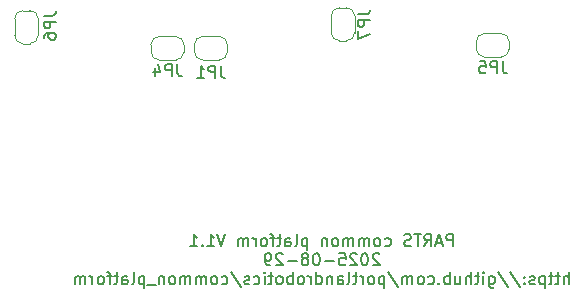
<source format=gbr>
G04 #@! TF.GenerationSoftware,KiCad,Pcbnew,9.0.4*
G04 #@! TF.CreationDate,2025-08-30T13:56:25-07:00*
G04 #@! TF.ProjectId,romi_board,726f6d69-5f62-46f6-9172-642e6b696361,rev?*
G04 #@! TF.SameCoordinates,Original*
G04 #@! TF.FileFunction,Legend,Bot*
G04 #@! TF.FilePolarity,Positive*
%FSLAX46Y46*%
G04 Gerber Fmt 4.6, Leading zero omitted, Abs format (unit mm)*
G04 Created by KiCad (PCBNEW 9.0.4) date 2025-08-30 13:56:25*
%MOMM*%
%LPD*%
G01*
G04 APERTURE LIST*
%ADD10C,0.150000*%
%ADD11C,0.120000*%
G04 APERTURE END LIST*
D10*
X114958360Y-107268532D02*
X114958360Y-106268532D01*
X114958360Y-106268532D02*
X114577408Y-106268532D01*
X114577408Y-106268532D02*
X114482170Y-106316151D01*
X114482170Y-106316151D02*
X114434551Y-106363770D01*
X114434551Y-106363770D02*
X114386932Y-106459008D01*
X114386932Y-106459008D02*
X114386932Y-106601865D01*
X114386932Y-106601865D02*
X114434551Y-106697103D01*
X114434551Y-106697103D02*
X114482170Y-106744722D01*
X114482170Y-106744722D02*
X114577408Y-106792341D01*
X114577408Y-106792341D02*
X114958360Y-106792341D01*
X114005979Y-106982817D02*
X113529789Y-106982817D01*
X114101217Y-107268532D02*
X113767884Y-106268532D01*
X113767884Y-106268532D02*
X113434551Y-107268532D01*
X112529789Y-107268532D02*
X112863122Y-106792341D01*
X113101217Y-107268532D02*
X113101217Y-106268532D01*
X113101217Y-106268532D02*
X112720265Y-106268532D01*
X112720265Y-106268532D02*
X112625027Y-106316151D01*
X112625027Y-106316151D02*
X112577408Y-106363770D01*
X112577408Y-106363770D02*
X112529789Y-106459008D01*
X112529789Y-106459008D02*
X112529789Y-106601865D01*
X112529789Y-106601865D02*
X112577408Y-106697103D01*
X112577408Y-106697103D02*
X112625027Y-106744722D01*
X112625027Y-106744722D02*
X112720265Y-106792341D01*
X112720265Y-106792341D02*
X113101217Y-106792341D01*
X112244074Y-106268532D02*
X111672646Y-106268532D01*
X111958360Y-107268532D02*
X111958360Y-106268532D01*
X111386931Y-107220913D02*
X111244074Y-107268532D01*
X111244074Y-107268532D02*
X111005979Y-107268532D01*
X111005979Y-107268532D02*
X110910741Y-107220913D01*
X110910741Y-107220913D02*
X110863122Y-107173293D01*
X110863122Y-107173293D02*
X110815503Y-107078055D01*
X110815503Y-107078055D02*
X110815503Y-106982817D01*
X110815503Y-106982817D02*
X110863122Y-106887579D01*
X110863122Y-106887579D02*
X110910741Y-106839960D01*
X110910741Y-106839960D02*
X111005979Y-106792341D01*
X111005979Y-106792341D02*
X111196455Y-106744722D01*
X111196455Y-106744722D02*
X111291693Y-106697103D01*
X111291693Y-106697103D02*
X111339312Y-106649484D01*
X111339312Y-106649484D02*
X111386931Y-106554246D01*
X111386931Y-106554246D02*
X111386931Y-106459008D01*
X111386931Y-106459008D02*
X111339312Y-106363770D01*
X111339312Y-106363770D02*
X111291693Y-106316151D01*
X111291693Y-106316151D02*
X111196455Y-106268532D01*
X111196455Y-106268532D02*
X110958360Y-106268532D01*
X110958360Y-106268532D02*
X110815503Y-106316151D01*
X109196455Y-107220913D02*
X109291693Y-107268532D01*
X109291693Y-107268532D02*
X109482169Y-107268532D01*
X109482169Y-107268532D02*
X109577407Y-107220913D01*
X109577407Y-107220913D02*
X109625026Y-107173293D01*
X109625026Y-107173293D02*
X109672645Y-107078055D01*
X109672645Y-107078055D02*
X109672645Y-106792341D01*
X109672645Y-106792341D02*
X109625026Y-106697103D01*
X109625026Y-106697103D02*
X109577407Y-106649484D01*
X109577407Y-106649484D02*
X109482169Y-106601865D01*
X109482169Y-106601865D02*
X109291693Y-106601865D01*
X109291693Y-106601865D02*
X109196455Y-106649484D01*
X108625026Y-107268532D02*
X108720264Y-107220913D01*
X108720264Y-107220913D02*
X108767883Y-107173293D01*
X108767883Y-107173293D02*
X108815502Y-107078055D01*
X108815502Y-107078055D02*
X108815502Y-106792341D01*
X108815502Y-106792341D02*
X108767883Y-106697103D01*
X108767883Y-106697103D02*
X108720264Y-106649484D01*
X108720264Y-106649484D02*
X108625026Y-106601865D01*
X108625026Y-106601865D02*
X108482169Y-106601865D01*
X108482169Y-106601865D02*
X108386931Y-106649484D01*
X108386931Y-106649484D02*
X108339312Y-106697103D01*
X108339312Y-106697103D02*
X108291693Y-106792341D01*
X108291693Y-106792341D02*
X108291693Y-107078055D01*
X108291693Y-107078055D02*
X108339312Y-107173293D01*
X108339312Y-107173293D02*
X108386931Y-107220913D01*
X108386931Y-107220913D02*
X108482169Y-107268532D01*
X108482169Y-107268532D02*
X108625026Y-107268532D01*
X107863121Y-107268532D02*
X107863121Y-106601865D01*
X107863121Y-106697103D02*
X107815502Y-106649484D01*
X107815502Y-106649484D02*
X107720264Y-106601865D01*
X107720264Y-106601865D02*
X107577407Y-106601865D01*
X107577407Y-106601865D02*
X107482169Y-106649484D01*
X107482169Y-106649484D02*
X107434550Y-106744722D01*
X107434550Y-106744722D02*
X107434550Y-107268532D01*
X107434550Y-106744722D02*
X107386931Y-106649484D01*
X107386931Y-106649484D02*
X107291693Y-106601865D01*
X107291693Y-106601865D02*
X107148836Y-106601865D01*
X107148836Y-106601865D02*
X107053597Y-106649484D01*
X107053597Y-106649484D02*
X107005978Y-106744722D01*
X107005978Y-106744722D02*
X107005978Y-107268532D01*
X106529788Y-107268532D02*
X106529788Y-106601865D01*
X106529788Y-106697103D02*
X106482169Y-106649484D01*
X106482169Y-106649484D02*
X106386931Y-106601865D01*
X106386931Y-106601865D02*
X106244074Y-106601865D01*
X106244074Y-106601865D02*
X106148836Y-106649484D01*
X106148836Y-106649484D02*
X106101217Y-106744722D01*
X106101217Y-106744722D02*
X106101217Y-107268532D01*
X106101217Y-106744722D02*
X106053598Y-106649484D01*
X106053598Y-106649484D02*
X105958360Y-106601865D01*
X105958360Y-106601865D02*
X105815503Y-106601865D01*
X105815503Y-106601865D02*
X105720264Y-106649484D01*
X105720264Y-106649484D02*
X105672645Y-106744722D01*
X105672645Y-106744722D02*
X105672645Y-107268532D01*
X105053598Y-107268532D02*
X105148836Y-107220913D01*
X105148836Y-107220913D02*
X105196455Y-107173293D01*
X105196455Y-107173293D02*
X105244074Y-107078055D01*
X105244074Y-107078055D02*
X105244074Y-106792341D01*
X105244074Y-106792341D02*
X105196455Y-106697103D01*
X105196455Y-106697103D02*
X105148836Y-106649484D01*
X105148836Y-106649484D02*
X105053598Y-106601865D01*
X105053598Y-106601865D02*
X104910741Y-106601865D01*
X104910741Y-106601865D02*
X104815503Y-106649484D01*
X104815503Y-106649484D02*
X104767884Y-106697103D01*
X104767884Y-106697103D02*
X104720265Y-106792341D01*
X104720265Y-106792341D02*
X104720265Y-107078055D01*
X104720265Y-107078055D02*
X104767884Y-107173293D01*
X104767884Y-107173293D02*
X104815503Y-107220913D01*
X104815503Y-107220913D02*
X104910741Y-107268532D01*
X104910741Y-107268532D02*
X105053598Y-107268532D01*
X104291693Y-106601865D02*
X104291693Y-107268532D01*
X104291693Y-106697103D02*
X104244074Y-106649484D01*
X104244074Y-106649484D02*
X104148836Y-106601865D01*
X104148836Y-106601865D02*
X104005979Y-106601865D01*
X104005979Y-106601865D02*
X103910741Y-106649484D01*
X103910741Y-106649484D02*
X103863122Y-106744722D01*
X103863122Y-106744722D02*
X103863122Y-107268532D01*
X102625026Y-106601865D02*
X102625026Y-107601865D01*
X102625026Y-106649484D02*
X102529788Y-106601865D01*
X102529788Y-106601865D02*
X102339312Y-106601865D01*
X102339312Y-106601865D02*
X102244074Y-106649484D01*
X102244074Y-106649484D02*
X102196455Y-106697103D01*
X102196455Y-106697103D02*
X102148836Y-106792341D01*
X102148836Y-106792341D02*
X102148836Y-107078055D01*
X102148836Y-107078055D02*
X102196455Y-107173293D01*
X102196455Y-107173293D02*
X102244074Y-107220913D01*
X102244074Y-107220913D02*
X102339312Y-107268532D01*
X102339312Y-107268532D02*
X102529788Y-107268532D01*
X102529788Y-107268532D02*
X102625026Y-107220913D01*
X101577407Y-107268532D02*
X101672645Y-107220913D01*
X101672645Y-107220913D02*
X101720264Y-107125674D01*
X101720264Y-107125674D02*
X101720264Y-106268532D01*
X100767883Y-107268532D02*
X100767883Y-106744722D01*
X100767883Y-106744722D02*
X100815502Y-106649484D01*
X100815502Y-106649484D02*
X100910740Y-106601865D01*
X100910740Y-106601865D02*
X101101216Y-106601865D01*
X101101216Y-106601865D02*
X101196454Y-106649484D01*
X100767883Y-107220913D02*
X100863121Y-107268532D01*
X100863121Y-107268532D02*
X101101216Y-107268532D01*
X101101216Y-107268532D02*
X101196454Y-107220913D01*
X101196454Y-107220913D02*
X101244073Y-107125674D01*
X101244073Y-107125674D02*
X101244073Y-107030436D01*
X101244073Y-107030436D02*
X101196454Y-106935198D01*
X101196454Y-106935198D02*
X101101216Y-106887579D01*
X101101216Y-106887579D02*
X100863121Y-106887579D01*
X100863121Y-106887579D02*
X100767883Y-106839960D01*
X100434549Y-106601865D02*
X100053597Y-106601865D01*
X100291692Y-106268532D02*
X100291692Y-107125674D01*
X100291692Y-107125674D02*
X100244073Y-107220913D01*
X100244073Y-107220913D02*
X100148835Y-107268532D01*
X100148835Y-107268532D02*
X100053597Y-107268532D01*
X99863120Y-106601865D02*
X99482168Y-106601865D01*
X99720263Y-107268532D02*
X99720263Y-106411389D01*
X99720263Y-106411389D02*
X99672644Y-106316151D01*
X99672644Y-106316151D02*
X99577406Y-106268532D01*
X99577406Y-106268532D02*
X99482168Y-106268532D01*
X99005977Y-107268532D02*
X99101215Y-107220913D01*
X99101215Y-107220913D02*
X99148834Y-107173293D01*
X99148834Y-107173293D02*
X99196453Y-107078055D01*
X99196453Y-107078055D02*
X99196453Y-106792341D01*
X99196453Y-106792341D02*
X99148834Y-106697103D01*
X99148834Y-106697103D02*
X99101215Y-106649484D01*
X99101215Y-106649484D02*
X99005977Y-106601865D01*
X99005977Y-106601865D02*
X98863120Y-106601865D01*
X98863120Y-106601865D02*
X98767882Y-106649484D01*
X98767882Y-106649484D02*
X98720263Y-106697103D01*
X98720263Y-106697103D02*
X98672644Y-106792341D01*
X98672644Y-106792341D02*
X98672644Y-107078055D01*
X98672644Y-107078055D02*
X98720263Y-107173293D01*
X98720263Y-107173293D02*
X98767882Y-107220913D01*
X98767882Y-107220913D02*
X98863120Y-107268532D01*
X98863120Y-107268532D02*
X99005977Y-107268532D01*
X98244072Y-107268532D02*
X98244072Y-106601865D01*
X98244072Y-106792341D02*
X98196453Y-106697103D01*
X98196453Y-106697103D02*
X98148834Y-106649484D01*
X98148834Y-106649484D02*
X98053596Y-106601865D01*
X98053596Y-106601865D02*
X97958358Y-106601865D01*
X97625024Y-107268532D02*
X97625024Y-106601865D01*
X97625024Y-106697103D02*
X97577405Y-106649484D01*
X97577405Y-106649484D02*
X97482167Y-106601865D01*
X97482167Y-106601865D02*
X97339310Y-106601865D01*
X97339310Y-106601865D02*
X97244072Y-106649484D01*
X97244072Y-106649484D02*
X97196453Y-106744722D01*
X97196453Y-106744722D02*
X97196453Y-107268532D01*
X97196453Y-106744722D02*
X97148834Y-106649484D01*
X97148834Y-106649484D02*
X97053596Y-106601865D01*
X97053596Y-106601865D02*
X96910739Y-106601865D01*
X96910739Y-106601865D02*
X96815500Y-106649484D01*
X96815500Y-106649484D02*
X96767881Y-106744722D01*
X96767881Y-106744722D02*
X96767881Y-107268532D01*
X95672643Y-106268532D02*
X95339310Y-107268532D01*
X95339310Y-107268532D02*
X95005977Y-106268532D01*
X94148834Y-107268532D02*
X94720262Y-107268532D01*
X94434548Y-107268532D02*
X94434548Y-106268532D01*
X94434548Y-106268532D02*
X94529786Y-106411389D01*
X94529786Y-106411389D02*
X94625024Y-106506627D01*
X94625024Y-106506627D02*
X94720262Y-106554246D01*
X93720262Y-107173293D02*
X93672643Y-107220913D01*
X93672643Y-107220913D02*
X93720262Y-107268532D01*
X93720262Y-107268532D02*
X93767881Y-107220913D01*
X93767881Y-107220913D02*
X93720262Y-107173293D01*
X93720262Y-107173293D02*
X93720262Y-107268532D01*
X92720263Y-107268532D02*
X93291691Y-107268532D01*
X93005977Y-107268532D02*
X93005977Y-106268532D01*
X93005977Y-106268532D02*
X93101215Y-106411389D01*
X93101215Y-106411389D02*
X93196453Y-106506627D01*
X93196453Y-106506627D02*
X93291691Y-106554246D01*
X108720264Y-107973714D02*
X108672645Y-107926095D01*
X108672645Y-107926095D02*
X108577407Y-107878476D01*
X108577407Y-107878476D02*
X108339312Y-107878476D01*
X108339312Y-107878476D02*
X108244074Y-107926095D01*
X108244074Y-107926095D02*
X108196455Y-107973714D01*
X108196455Y-107973714D02*
X108148836Y-108068952D01*
X108148836Y-108068952D02*
X108148836Y-108164190D01*
X108148836Y-108164190D02*
X108196455Y-108307047D01*
X108196455Y-108307047D02*
X108767883Y-108878476D01*
X108767883Y-108878476D02*
X108148836Y-108878476D01*
X107529788Y-107878476D02*
X107434550Y-107878476D01*
X107434550Y-107878476D02*
X107339312Y-107926095D01*
X107339312Y-107926095D02*
X107291693Y-107973714D01*
X107291693Y-107973714D02*
X107244074Y-108068952D01*
X107244074Y-108068952D02*
X107196455Y-108259428D01*
X107196455Y-108259428D02*
X107196455Y-108497523D01*
X107196455Y-108497523D02*
X107244074Y-108687999D01*
X107244074Y-108687999D02*
X107291693Y-108783237D01*
X107291693Y-108783237D02*
X107339312Y-108830857D01*
X107339312Y-108830857D02*
X107434550Y-108878476D01*
X107434550Y-108878476D02*
X107529788Y-108878476D01*
X107529788Y-108878476D02*
X107625026Y-108830857D01*
X107625026Y-108830857D02*
X107672645Y-108783237D01*
X107672645Y-108783237D02*
X107720264Y-108687999D01*
X107720264Y-108687999D02*
X107767883Y-108497523D01*
X107767883Y-108497523D02*
X107767883Y-108259428D01*
X107767883Y-108259428D02*
X107720264Y-108068952D01*
X107720264Y-108068952D02*
X107672645Y-107973714D01*
X107672645Y-107973714D02*
X107625026Y-107926095D01*
X107625026Y-107926095D02*
X107529788Y-107878476D01*
X106815502Y-107973714D02*
X106767883Y-107926095D01*
X106767883Y-107926095D02*
X106672645Y-107878476D01*
X106672645Y-107878476D02*
X106434550Y-107878476D01*
X106434550Y-107878476D02*
X106339312Y-107926095D01*
X106339312Y-107926095D02*
X106291693Y-107973714D01*
X106291693Y-107973714D02*
X106244074Y-108068952D01*
X106244074Y-108068952D02*
X106244074Y-108164190D01*
X106244074Y-108164190D02*
X106291693Y-108307047D01*
X106291693Y-108307047D02*
X106863121Y-108878476D01*
X106863121Y-108878476D02*
X106244074Y-108878476D01*
X105339312Y-107878476D02*
X105815502Y-107878476D01*
X105815502Y-107878476D02*
X105863121Y-108354666D01*
X105863121Y-108354666D02*
X105815502Y-108307047D01*
X105815502Y-108307047D02*
X105720264Y-108259428D01*
X105720264Y-108259428D02*
X105482169Y-108259428D01*
X105482169Y-108259428D02*
X105386931Y-108307047D01*
X105386931Y-108307047D02*
X105339312Y-108354666D01*
X105339312Y-108354666D02*
X105291693Y-108449904D01*
X105291693Y-108449904D02*
X105291693Y-108687999D01*
X105291693Y-108687999D02*
X105339312Y-108783237D01*
X105339312Y-108783237D02*
X105386931Y-108830857D01*
X105386931Y-108830857D02*
X105482169Y-108878476D01*
X105482169Y-108878476D02*
X105720264Y-108878476D01*
X105720264Y-108878476D02*
X105815502Y-108830857D01*
X105815502Y-108830857D02*
X105863121Y-108783237D01*
X104863121Y-108497523D02*
X104101217Y-108497523D01*
X103434550Y-107878476D02*
X103339312Y-107878476D01*
X103339312Y-107878476D02*
X103244074Y-107926095D01*
X103244074Y-107926095D02*
X103196455Y-107973714D01*
X103196455Y-107973714D02*
X103148836Y-108068952D01*
X103148836Y-108068952D02*
X103101217Y-108259428D01*
X103101217Y-108259428D02*
X103101217Y-108497523D01*
X103101217Y-108497523D02*
X103148836Y-108687999D01*
X103148836Y-108687999D02*
X103196455Y-108783237D01*
X103196455Y-108783237D02*
X103244074Y-108830857D01*
X103244074Y-108830857D02*
X103339312Y-108878476D01*
X103339312Y-108878476D02*
X103434550Y-108878476D01*
X103434550Y-108878476D02*
X103529788Y-108830857D01*
X103529788Y-108830857D02*
X103577407Y-108783237D01*
X103577407Y-108783237D02*
X103625026Y-108687999D01*
X103625026Y-108687999D02*
X103672645Y-108497523D01*
X103672645Y-108497523D02*
X103672645Y-108259428D01*
X103672645Y-108259428D02*
X103625026Y-108068952D01*
X103625026Y-108068952D02*
X103577407Y-107973714D01*
X103577407Y-107973714D02*
X103529788Y-107926095D01*
X103529788Y-107926095D02*
X103434550Y-107878476D01*
X102529788Y-108307047D02*
X102625026Y-108259428D01*
X102625026Y-108259428D02*
X102672645Y-108211809D01*
X102672645Y-108211809D02*
X102720264Y-108116571D01*
X102720264Y-108116571D02*
X102720264Y-108068952D01*
X102720264Y-108068952D02*
X102672645Y-107973714D01*
X102672645Y-107973714D02*
X102625026Y-107926095D01*
X102625026Y-107926095D02*
X102529788Y-107878476D01*
X102529788Y-107878476D02*
X102339312Y-107878476D01*
X102339312Y-107878476D02*
X102244074Y-107926095D01*
X102244074Y-107926095D02*
X102196455Y-107973714D01*
X102196455Y-107973714D02*
X102148836Y-108068952D01*
X102148836Y-108068952D02*
X102148836Y-108116571D01*
X102148836Y-108116571D02*
X102196455Y-108211809D01*
X102196455Y-108211809D02*
X102244074Y-108259428D01*
X102244074Y-108259428D02*
X102339312Y-108307047D01*
X102339312Y-108307047D02*
X102529788Y-108307047D01*
X102529788Y-108307047D02*
X102625026Y-108354666D01*
X102625026Y-108354666D02*
X102672645Y-108402285D01*
X102672645Y-108402285D02*
X102720264Y-108497523D01*
X102720264Y-108497523D02*
X102720264Y-108687999D01*
X102720264Y-108687999D02*
X102672645Y-108783237D01*
X102672645Y-108783237D02*
X102625026Y-108830857D01*
X102625026Y-108830857D02*
X102529788Y-108878476D01*
X102529788Y-108878476D02*
X102339312Y-108878476D01*
X102339312Y-108878476D02*
X102244074Y-108830857D01*
X102244074Y-108830857D02*
X102196455Y-108783237D01*
X102196455Y-108783237D02*
X102148836Y-108687999D01*
X102148836Y-108687999D02*
X102148836Y-108497523D01*
X102148836Y-108497523D02*
X102196455Y-108402285D01*
X102196455Y-108402285D02*
X102244074Y-108354666D01*
X102244074Y-108354666D02*
X102339312Y-108307047D01*
X101720264Y-108497523D02*
X100958360Y-108497523D01*
X100529788Y-107973714D02*
X100482169Y-107926095D01*
X100482169Y-107926095D02*
X100386931Y-107878476D01*
X100386931Y-107878476D02*
X100148836Y-107878476D01*
X100148836Y-107878476D02*
X100053598Y-107926095D01*
X100053598Y-107926095D02*
X100005979Y-107973714D01*
X100005979Y-107973714D02*
X99958360Y-108068952D01*
X99958360Y-108068952D02*
X99958360Y-108164190D01*
X99958360Y-108164190D02*
X100005979Y-108307047D01*
X100005979Y-108307047D02*
X100577407Y-108878476D01*
X100577407Y-108878476D02*
X99958360Y-108878476D01*
X99482169Y-108878476D02*
X99291693Y-108878476D01*
X99291693Y-108878476D02*
X99196455Y-108830857D01*
X99196455Y-108830857D02*
X99148836Y-108783237D01*
X99148836Y-108783237D02*
X99053598Y-108640380D01*
X99053598Y-108640380D02*
X99005979Y-108449904D01*
X99005979Y-108449904D02*
X99005979Y-108068952D01*
X99005979Y-108068952D02*
X99053598Y-107973714D01*
X99053598Y-107973714D02*
X99101217Y-107926095D01*
X99101217Y-107926095D02*
X99196455Y-107878476D01*
X99196455Y-107878476D02*
X99386931Y-107878476D01*
X99386931Y-107878476D02*
X99482169Y-107926095D01*
X99482169Y-107926095D02*
X99529788Y-107973714D01*
X99529788Y-107973714D02*
X99577407Y-108068952D01*
X99577407Y-108068952D02*
X99577407Y-108307047D01*
X99577407Y-108307047D02*
X99529788Y-108402285D01*
X99529788Y-108402285D02*
X99482169Y-108449904D01*
X99482169Y-108449904D02*
X99386931Y-108497523D01*
X99386931Y-108497523D02*
X99196455Y-108497523D01*
X99196455Y-108497523D02*
X99101217Y-108449904D01*
X99101217Y-108449904D02*
X99053598Y-108402285D01*
X99053598Y-108402285D02*
X99005979Y-108307047D01*
X124767885Y-110488420D02*
X124767885Y-109488420D01*
X124339314Y-110488420D02*
X124339314Y-109964610D01*
X124339314Y-109964610D02*
X124386933Y-109869372D01*
X124386933Y-109869372D02*
X124482171Y-109821753D01*
X124482171Y-109821753D02*
X124625028Y-109821753D01*
X124625028Y-109821753D02*
X124720266Y-109869372D01*
X124720266Y-109869372D02*
X124767885Y-109916991D01*
X124005980Y-109821753D02*
X123625028Y-109821753D01*
X123863123Y-109488420D02*
X123863123Y-110345562D01*
X123863123Y-110345562D02*
X123815504Y-110440801D01*
X123815504Y-110440801D02*
X123720266Y-110488420D01*
X123720266Y-110488420D02*
X123625028Y-110488420D01*
X123434551Y-109821753D02*
X123053599Y-109821753D01*
X123291694Y-109488420D02*
X123291694Y-110345562D01*
X123291694Y-110345562D02*
X123244075Y-110440801D01*
X123244075Y-110440801D02*
X123148837Y-110488420D01*
X123148837Y-110488420D02*
X123053599Y-110488420D01*
X122720265Y-109821753D02*
X122720265Y-110821753D01*
X122720265Y-109869372D02*
X122625027Y-109821753D01*
X122625027Y-109821753D02*
X122434551Y-109821753D01*
X122434551Y-109821753D02*
X122339313Y-109869372D01*
X122339313Y-109869372D02*
X122291694Y-109916991D01*
X122291694Y-109916991D02*
X122244075Y-110012229D01*
X122244075Y-110012229D02*
X122244075Y-110297943D01*
X122244075Y-110297943D02*
X122291694Y-110393181D01*
X122291694Y-110393181D02*
X122339313Y-110440801D01*
X122339313Y-110440801D02*
X122434551Y-110488420D01*
X122434551Y-110488420D02*
X122625027Y-110488420D01*
X122625027Y-110488420D02*
X122720265Y-110440801D01*
X121863122Y-110440801D02*
X121767884Y-110488420D01*
X121767884Y-110488420D02*
X121577408Y-110488420D01*
X121577408Y-110488420D02*
X121482170Y-110440801D01*
X121482170Y-110440801D02*
X121434551Y-110345562D01*
X121434551Y-110345562D02*
X121434551Y-110297943D01*
X121434551Y-110297943D02*
X121482170Y-110202705D01*
X121482170Y-110202705D02*
X121577408Y-110155086D01*
X121577408Y-110155086D02*
X121720265Y-110155086D01*
X121720265Y-110155086D02*
X121815503Y-110107467D01*
X121815503Y-110107467D02*
X121863122Y-110012229D01*
X121863122Y-110012229D02*
X121863122Y-109964610D01*
X121863122Y-109964610D02*
X121815503Y-109869372D01*
X121815503Y-109869372D02*
X121720265Y-109821753D01*
X121720265Y-109821753D02*
X121577408Y-109821753D01*
X121577408Y-109821753D02*
X121482170Y-109869372D01*
X121005979Y-110393181D02*
X120958360Y-110440801D01*
X120958360Y-110440801D02*
X121005979Y-110488420D01*
X121005979Y-110488420D02*
X121053598Y-110440801D01*
X121053598Y-110440801D02*
X121005979Y-110393181D01*
X121005979Y-110393181D02*
X121005979Y-110488420D01*
X121005979Y-109869372D02*
X120958360Y-109916991D01*
X120958360Y-109916991D02*
X121005979Y-109964610D01*
X121005979Y-109964610D02*
X121053598Y-109916991D01*
X121053598Y-109916991D02*
X121005979Y-109869372D01*
X121005979Y-109869372D02*
X121005979Y-109964610D01*
X119815504Y-109440801D02*
X120672646Y-110726515D01*
X118767885Y-109440801D02*
X119625027Y-110726515D01*
X118005980Y-109821753D02*
X118005980Y-110631277D01*
X118005980Y-110631277D02*
X118053599Y-110726515D01*
X118053599Y-110726515D02*
X118101218Y-110774134D01*
X118101218Y-110774134D02*
X118196456Y-110821753D01*
X118196456Y-110821753D02*
X118339313Y-110821753D01*
X118339313Y-110821753D02*
X118434551Y-110774134D01*
X118005980Y-110440801D02*
X118101218Y-110488420D01*
X118101218Y-110488420D02*
X118291694Y-110488420D01*
X118291694Y-110488420D02*
X118386932Y-110440801D01*
X118386932Y-110440801D02*
X118434551Y-110393181D01*
X118434551Y-110393181D02*
X118482170Y-110297943D01*
X118482170Y-110297943D02*
X118482170Y-110012229D01*
X118482170Y-110012229D02*
X118434551Y-109916991D01*
X118434551Y-109916991D02*
X118386932Y-109869372D01*
X118386932Y-109869372D02*
X118291694Y-109821753D01*
X118291694Y-109821753D02*
X118101218Y-109821753D01*
X118101218Y-109821753D02*
X118005980Y-109869372D01*
X117529789Y-110488420D02*
X117529789Y-109821753D01*
X117529789Y-109488420D02*
X117577408Y-109536039D01*
X117577408Y-109536039D02*
X117529789Y-109583658D01*
X117529789Y-109583658D02*
X117482170Y-109536039D01*
X117482170Y-109536039D02*
X117529789Y-109488420D01*
X117529789Y-109488420D02*
X117529789Y-109583658D01*
X117196456Y-109821753D02*
X116815504Y-109821753D01*
X117053599Y-109488420D02*
X117053599Y-110345562D01*
X117053599Y-110345562D02*
X117005980Y-110440801D01*
X117005980Y-110440801D02*
X116910742Y-110488420D01*
X116910742Y-110488420D02*
X116815504Y-110488420D01*
X116482170Y-110488420D02*
X116482170Y-109488420D01*
X116053599Y-110488420D02*
X116053599Y-109964610D01*
X116053599Y-109964610D02*
X116101218Y-109869372D01*
X116101218Y-109869372D02*
X116196456Y-109821753D01*
X116196456Y-109821753D02*
X116339313Y-109821753D01*
X116339313Y-109821753D02*
X116434551Y-109869372D01*
X116434551Y-109869372D02*
X116482170Y-109916991D01*
X115148837Y-109821753D02*
X115148837Y-110488420D01*
X115577408Y-109821753D02*
X115577408Y-110345562D01*
X115577408Y-110345562D02*
X115529789Y-110440801D01*
X115529789Y-110440801D02*
X115434551Y-110488420D01*
X115434551Y-110488420D02*
X115291694Y-110488420D01*
X115291694Y-110488420D02*
X115196456Y-110440801D01*
X115196456Y-110440801D02*
X115148837Y-110393181D01*
X114672646Y-110488420D02*
X114672646Y-109488420D01*
X114672646Y-109869372D02*
X114577408Y-109821753D01*
X114577408Y-109821753D02*
X114386932Y-109821753D01*
X114386932Y-109821753D02*
X114291694Y-109869372D01*
X114291694Y-109869372D02*
X114244075Y-109916991D01*
X114244075Y-109916991D02*
X114196456Y-110012229D01*
X114196456Y-110012229D02*
X114196456Y-110297943D01*
X114196456Y-110297943D02*
X114244075Y-110393181D01*
X114244075Y-110393181D02*
X114291694Y-110440801D01*
X114291694Y-110440801D02*
X114386932Y-110488420D01*
X114386932Y-110488420D02*
X114577408Y-110488420D01*
X114577408Y-110488420D02*
X114672646Y-110440801D01*
X113767884Y-110393181D02*
X113720265Y-110440801D01*
X113720265Y-110440801D02*
X113767884Y-110488420D01*
X113767884Y-110488420D02*
X113815503Y-110440801D01*
X113815503Y-110440801D02*
X113767884Y-110393181D01*
X113767884Y-110393181D02*
X113767884Y-110488420D01*
X112863123Y-110440801D02*
X112958361Y-110488420D01*
X112958361Y-110488420D02*
X113148837Y-110488420D01*
X113148837Y-110488420D02*
X113244075Y-110440801D01*
X113244075Y-110440801D02*
X113291694Y-110393181D01*
X113291694Y-110393181D02*
X113339313Y-110297943D01*
X113339313Y-110297943D02*
X113339313Y-110012229D01*
X113339313Y-110012229D02*
X113291694Y-109916991D01*
X113291694Y-109916991D02*
X113244075Y-109869372D01*
X113244075Y-109869372D02*
X113148837Y-109821753D01*
X113148837Y-109821753D02*
X112958361Y-109821753D01*
X112958361Y-109821753D02*
X112863123Y-109869372D01*
X112291694Y-110488420D02*
X112386932Y-110440801D01*
X112386932Y-110440801D02*
X112434551Y-110393181D01*
X112434551Y-110393181D02*
X112482170Y-110297943D01*
X112482170Y-110297943D02*
X112482170Y-110012229D01*
X112482170Y-110012229D02*
X112434551Y-109916991D01*
X112434551Y-109916991D02*
X112386932Y-109869372D01*
X112386932Y-109869372D02*
X112291694Y-109821753D01*
X112291694Y-109821753D02*
X112148837Y-109821753D01*
X112148837Y-109821753D02*
X112053599Y-109869372D01*
X112053599Y-109869372D02*
X112005980Y-109916991D01*
X112005980Y-109916991D02*
X111958361Y-110012229D01*
X111958361Y-110012229D02*
X111958361Y-110297943D01*
X111958361Y-110297943D02*
X112005980Y-110393181D01*
X112005980Y-110393181D02*
X112053599Y-110440801D01*
X112053599Y-110440801D02*
X112148837Y-110488420D01*
X112148837Y-110488420D02*
X112291694Y-110488420D01*
X111529789Y-110488420D02*
X111529789Y-109821753D01*
X111529789Y-109916991D02*
X111482170Y-109869372D01*
X111482170Y-109869372D02*
X111386932Y-109821753D01*
X111386932Y-109821753D02*
X111244075Y-109821753D01*
X111244075Y-109821753D02*
X111148837Y-109869372D01*
X111148837Y-109869372D02*
X111101218Y-109964610D01*
X111101218Y-109964610D02*
X111101218Y-110488420D01*
X111101218Y-109964610D02*
X111053599Y-109869372D01*
X111053599Y-109869372D02*
X110958361Y-109821753D01*
X110958361Y-109821753D02*
X110815504Y-109821753D01*
X110815504Y-109821753D02*
X110720265Y-109869372D01*
X110720265Y-109869372D02*
X110672646Y-109964610D01*
X110672646Y-109964610D02*
X110672646Y-110488420D01*
X109482171Y-109440801D02*
X110339313Y-110726515D01*
X109148837Y-109821753D02*
X109148837Y-110821753D01*
X109148837Y-109869372D02*
X109053599Y-109821753D01*
X109053599Y-109821753D02*
X108863123Y-109821753D01*
X108863123Y-109821753D02*
X108767885Y-109869372D01*
X108767885Y-109869372D02*
X108720266Y-109916991D01*
X108720266Y-109916991D02*
X108672647Y-110012229D01*
X108672647Y-110012229D02*
X108672647Y-110297943D01*
X108672647Y-110297943D02*
X108720266Y-110393181D01*
X108720266Y-110393181D02*
X108767885Y-110440801D01*
X108767885Y-110440801D02*
X108863123Y-110488420D01*
X108863123Y-110488420D02*
X109053599Y-110488420D01*
X109053599Y-110488420D02*
X109148837Y-110440801D01*
X108101218Y-110488420D02*
X108196456Y-110440801D01*
X108196456Y-110440801D02*
X108244075Y-110393181D01*
X108244075Y-110393181D02*
X108291694Y-110297943D01*
X108291694Y-110297943D02*
X108291694Y-110012229D01*
X108291694Y-110012229D02*
X108244075Y-109916991D01*
X108244075Y-109916991D02*
X108196456Y-109869372D01*
X108196456Y-109869372D02*
X108101218Y-109821753D01*
X108101218Y-109821753D02*
X107958361Y-109821753D01*
X107958361Y-109821753D02*
X107863123Y-109869372D01*
X107863123Y-109869372D02*
X107815504Y-109916991D01*
X107815504Y-109916991D02*
X107767885Y-110012229D01*
X107767885Y-110012229D02*
X107767885Y-110297943D01*
X107767885Y-110297943D02*
X107815504Y-110393181D01*
X107815504Y-110393181D02*
X107863123Y-110440801D01*
X107863123Y-110440801D02*
X107958361Y-110488420D01*
X107958361Y-110488420D02*
X108101218Y-110488420D01*
X107339313Y-110488420D02*
X107339313Y-109821753D01*
X107339313Y-110012229D02*
X107291694Y-109916991D01*
X107291694Y-109916991D02*
X107244075Y-109869372D01*
X107244075Y-109869372D02*
X107148837Y-109821753D01*
X107148837Y-109821753D02*
X107053599Y-109821753D01*
X106863122Y-109821753D02*
X106482170Y-109821753D01*
X106720265Y-109488420D02*
X106720265Y-110345562D01*
X106720265Y-110345562D02*
X106672646Y-110440801D01*
X106672646Y-110440801D02*
X106577408Y-110488420D01*
X106577408Y-110488420D02*
X106482170Y-110488420D01*
X106005979Y-110488420D02*
X106101217Y-110440801D01*
X106101217Y-110440801D02*
X106148836Y-110345562D01*
X106148836Y-110345562D02*
X106148836Y-109488420D01*
X105196455Y-110488420D02*
X105196455Y-109964610D01*
X105196455Y-109964610D02*
X105244074Y-109869372D01*
X105244074Y-109869372D02*
X105339312Y-109821753D01*
X105339312Y-109821753D02*
X105529788Y-109821753D01*
X105529788Y-109821753D02*
X105625026Y-109869372D01*
X105196455Y-110440801D02*
X105291693Y-110488420D01*
X105291693Y-110488420D02*
X105529788Y-110488420D01*
X105529788Y-110488420D02*
X105625026Y-110440801D01*
X105625026Y-110440801D02*
X105672645Y-110345562D01*
X105672645Y-110345562D02*
X105672645Y-110250324D01*
X105672645Y-110250324D02*
X105625026Y-110155086D01*
X105625026Y-110155086D02*
X105529788Y-110107467D01*
X105529788Y-110107467D02*
X105291693Y-110107467D01*
X105291693Y-110107467D02*
X105196455Y-110059848D01*
X104720264Y-109821753D02*
X104720264Y-110488420D01*
X104720264Y-109916991D02*
X104672645Y-109869372D01*
X104672645Y-109869372D02*
X104577407Y-109821753D01*
X104577407Y-109821753D02*
X104434550Y-109821753D01*
X104434550Y-109821753D02*
X104339312Y-109869372D01*
X104339312Y-109869372D02*
X104291693Y-109964610D01*
X104291693Y-109964610D02*
X104291693Y-110488420D01*
X103386931Y-110488420D02*
X103386931Y-109488420D01*
X103386931Y-110440801D02*
X103482169Y-110488420D01*
X103482169Y-110488420D02*
X103672645Y-110488420D01*
X103672645Y-110488420D02*
X103767883Y-110440801D01*
X103767883Y-110440801D02*
X103815502Y-110393181D01*
X103815502Y-110393181D02*
X103863121Y-110297943D01*
X103863121Y-110297943D02*
X103863121Y-110012229D01*
X103863121Y-110012229D02*
X103815502Y-109916991D01*
X103815502Y-109916991D02*
X103767883Y-109869372D01*
X103767883Y-109869372D02*
X103672645Y-109821753D01*
X103672645Y-109821753D02*
X103482169Y-109821753D01*
X103482169Y-109821753D02*
X103386931Y-109869372D01*
X102910740Y-110488420D02*
X102910740Y-109821753D01*
X102910740Y-110012229D02*
X102863121Y-109916991D01*
X102863121Y-109916991D02*
X102815502Y-109869372D01*
X102815502Y-109869372D02*
X102720264Y-109821753D01*
X102720264Y-109821753D02*
X102625026Y-109821753D01*
X102148835Y-110488420D02*
X102244073Y-110440801D01*
X102244073Y-110440801D02*
X102291692Y-110393181D01*
X102291692Y-110393181D02*
X102339311Y-110297943D01*
X102339311Y-110297943D02*
X102339311Y-110012229D01*
X102339311Y-110012229D02*
X102291692Y-109916991D01*
X102291692Y-109916991D02*
X102244073Y-109869372D01*
X102244073Y-109869372D02*
X102148835Y-109821753D01*
X102148835Y-109821753D02*
X102005978Y-109821753D01*
X102005978Y-109821753D02*
X101910740Y-109869372D01*
X101910740Y-109869372D02*
X101863121Y-109916991D01*
X101863121Y-109916991D02*
X101815502Y-110012229D01*
X101815502Y-110012229D02*
X101815502Y-110297943D01*
X101815502Y-110297943D02*
X101863121Y-110393181D01*
X101863121Y-110393181D02*
X101910740Y-110440801D01*
X101910740Y-110440801D02*
X102005978Y-110488420D01*
X102005978Y-110488420D02*
X102148835Y-110488420D01*
X101386930Y-110488420D02*
X101386930Y-109488420D01*
X101386930Y-109869372D02*
X101291692Y-109821753D01*
X101291692Y-109821753D02*
X101101216Y-109821753D01*
X101101216Y-109821753D02*
X101005978Y-109869372D01*
X101005978Y-109869372D02*
X100958359Y-109916991D01*
X100958359Y-109916991D02*
X100910740Y-110012229D01*
X100910740Y-110012229D02*
X100910740Y-110297943D01*
X100910740Y-110297943D02*
X100958359Y-110393181D01*
X100958359Y-110393181D02*
X101005978Y-110440801D01*
X101005978Y-110440801D02*
X101101216Y-110488420D01*
X101101216Y-110488420D02*
X101291692Y-110488420D01*
X101291692Y-110488420D02*
X101386930Y-110440801D01*
X100339311Y-110488420D02*
X100434549Y-110440801D01*
X100434549Y-110440801D02*
X100482168Y-110393181D01*
X100482168Y-110393181D02*
X100529787Y-110297943D01*
X100529787Y-110297943D02*
X100529787Y-110012229D01*
X100529787Y-110012229D02*
X100482168Y-109916991D01*
X100482168Y-109916991D02*
X100434549Y-109869372D01*
X100434549Y-109869372D02*
X100339311Y-109821753D01*
X100339311Y-109821753D02*
X100196454Y-109821753D01*
X100196454Y-109821753D02*
X100101216Y-109869372D01*
X100101216Y-109869372D02*
X100053597Y-109916991D01*
X100053597Y-109916991D02*
X100005978Y-110012229D01*
X100005978Y-110012229D02*
X100005978Y-110297943D01*
X100005978Y-110297943D02*
X100053597Y-110393181D01*
X100053597Y-110393181D02*
X100101216Y-110440801D01*
X100101216Y-110440801D02*
X100196454Y-110488420D01*
X100196454Y-110488420D02*
X100339311Y-110488420D01*
X99720263Y-109821753D02*
X99339311Y-109821753D01*
X99577406Y-109488420D02*
X99577406Y-110345562D01*
X99577406Y-110345562D02*
X99529787Y-110440801D01*
X99529787Y-110440801D02*
X99434549Y-110488420D01*
X99434549Y-110488420D02*
X99339311Y-110488420D01*
X99005977Y-110488420D02*
X99005977Y-109821753D01*
X99005977Y-109488420D02*
X99053596Y-109536039D01*
X99053596Y-109536039D02*
X99005977Y-109583658D01*
X99005977Y-109583658D02*
X98958358Y-109536039D01*
X98958358Y-109536039D02*
X99005977Y-109488420D01*
X99005977Y-109488420D02*
X99005977Y-109583658D01*
X98101216Y-110440801D02*
X98196454Y-110488420D01*
X98196454Y-110488420D02*
X98386930Y-110488420D01*
X98386930Y-110488420D02*
X98482168Y-110440801D01*
X98482168Y-110440801D02*
X98529787Y-110393181D01*
X98529787Y-110393181D02*
X98577406Y-110297943D01*
X98577406Y-110297943D02*
X98577406Y-110012229D01*
X98577406Y-110012229D02*
X98529787Y-109916991D01*
X98529787Y-109916991D02*
X98482168Y-109869372D01*
X98482168Y-109869372D02*
X98386930Y-109821753D01*
X98386930Y-109821753D02*
X98196454Y-109821753D01*
X98196454Y-109821753D02*
X98101216Y-109869372D01*
X97720263Y-110440801D02*
X97625025Y-110488420D01*
X97625025Y-110488420D02*
X97434549Y-110488420D01*
X97434549Y-110488420D02*
X97339311Y-110440801D01*
X97339311Y-110440801D02*
X97291692Y-110345562D01*
X97291692Y-110345562D02*
X97291692Y-110297943D01*
X97291692Y-110297943D02*
X97339311Y-110202705D01*
X97339311Y-110202705D02*
X97434549Y-110155086D01*
X97434549Y-110155086D02*
X97577406Y-110155086D01*
X97577406Y-110155086D02*
X97672644Y-110107467D01*
X97672644Y-110107467D02*
X97720263Y-110012229D01*
X97720263Y-110012229D02*
X97720263Y-109964610D01*
X97720263Y-109964610D02*
X97672644Y-109869372D01*
X97672644Y-109869372D02*
X97577406Y-109821753D01*
X97577406Y-109821753D02*
X97434549Y-109821753D01*
X97434549Y-109821753D02*
X97339311Y-109869372D01*
X96148835Y-109440801D02*
X97005977Y-110726515D01*
X95386930Y-110440801D02*
X95482168Y-110488420D01*
X95482168Y-110488420D02*
X95672644Y-110488420D01*
X95672644Y-110488420D02*
X95767882Y-110440801D01*
X95767882Y-110440801D02*
X95815501Y-110393181D01*
X95815501Y-110393181D02*
X95863120Y-110297943D01*
X95863120Y-110297943D02*
X95863120Y-110012229D01*
X95863120Y-110012229D02*
X95815501Y-109916991D01*
X95815501Y-109916991D02*
X95767882Y-109869372D01*
X95767882Y-109869372D02*
X95672644Y-109821753D01*
X95672644Y-109821753D02*
X95482168Y-109821753D01*
X95482168Y-109821753D02*
X95386930Y-109869372D01*
X94815501Y-110488420D02*
X94910739Y-110440801D01*
X94910739Y-110440801D02*
X94958358Y-110393181D01*
X94958358Y-110393181D02*
X95005977Y-110297943D01*
X95005977Y-110297943D02*
X95005977Y-110012229D01*
X95005977Y-110012229D02*
X94958358Y-109916991D01*
X94958358Y-109916991D02*
X94910739Y-109869372D01*
X94910739Y-109869372D02*
X94815501Y-109821753D01*
X94815501Y-109821753D02*
X94672644Y-109821753D01*
X94672644Y-109821753D02*
X94577406Y-109869372D01*
X94577406Y-109869372D02*
X94529787Y-109916991D01*
X94529787Y-109916991D02*
X94482168Y-110012229D01*
X94482168Y-110012229D02*
X94482168Y-110297943D01*
X94482168Y-110297943D02*
X94529787Y-110393181D01*
X94529787Y-110393181D02*
X94577406Y-110440801D01*
X94577406Y-110440801D02*
X94672644Y-110488420D01*
X94672644Y-110488420D02*
X94815501Y-110488420D01*
X94053596Y-110488420D02*
X94053596Y-109821753D01*
X94053596Y-109916991D02*
X94005977Y-109869372D01*
X94005977Y-109869372D02*
X93910739Y-109821753D01*
X93910739Y-109821753D02*
X93767882Y-109821753D01*
X93767882Y-109821753D02*
X93672644Y-109869372D01*
X93672644Y-109869372D02*
X93625025Y-109964610D01*
X93625025Y-109964610D02*
X93625025Y-110488420D01*
X93625025Y-109964610D02*
X93577406Y-109869372D01*
X93577406Y-109869372D02*
X93482168Y-109821753D01*
X93482168Y-109821753D02*
X93339311Y-109821753D01*
X93339311Y-109821753D02*
X93244072Y-109869372D01*
X93244072Y-109869372D02*
X93196453Y-109964610D01*
X93196453Y-109964610D02*
X93196453Y-110488420D01*
X92720263Y-110488420D02*
X92720263Y-109821753D01*
X92720263Y-109916991D02*
X92672644Y-109869372D01*
X92672644Y-109869372D02*
X92577406Y-109821753D01*
X92577406Y-109821753D02*
X92434549Y-109821753D01*
X92434549Y-109821753D02*
X92339311Y-109869372D01*
X92339311Y-109869372D02*
X92291692Y-109964610D01*
X92291692Y-109964610D02*
X92291692Y-110488420D01*
X92291692Y-109964610D02*
X92244073Y-109869372D01*
X92244073Y-109869372D02*
X92148835Y-109821753D01*
X92148835Y-109821753D02*
X92005978Y-109821753D01*
X92005978Y-109821753D02*
X91910739Y-109869372D01*
X91910739Y-109869372D02*
X91863120Y-109964610D01*
X91863120Y-109964610D02*
X91863120Y-110488420D01*
X91244073Y-110488420D02*
X91339311Y-110440801D01*
X91339311Y-110440801D02*
X91386930Y-110393181D01*
X91386930Y-110393181D02*
X91434549Y-110297943D01*
X91434549Y-110297943D02*
X91434549Y-110012229D01*
X91434549Y-110012229D02*
X91386930Y-109916991D01*
X91386930Y-109916991D02*
X91339311Y-109869372D01*
X91339311Y-109869372D02*
X91244073Y-109821753D01*
X91244073Y-109821753D02*
X91101216Y-109821753D01*
X91101216Y-109821753D02*
X91005978Y-109869372D01*
X91005978Y-109869372D02*
X90958359Y-109916991D01*
X90958359Y-109916991D02*
X90910740Y-110012229D01*
X90910740Y-110012229D02*
X90910740Y-110297943D01*
X90910740Y-110297943D02*
X90958359Y-110393181D01*
X90958359Y-110393181D02*
X91005978Y-110440801D01*
X91005978Y-110440801D02*
X91101216Y-110488420D01*
X91101216Y-110488420D02*
X91244073Y-110488420D01*
X90482168Y-109821753D02*
X90482168Y-110488420D01*
X90482168Y-109916991D02*
X90434549Y-109869372D01*
X90434549Y-109869372D02*
X90339311Y-109821753D01*
X90339311Y-109821753D02*
X90196454Y-109821753D01*
X90196454Y-109821753D02*
X90101216Y-109869372D01*
X90101216Y-109869372D02*
X90053597Y-109964610D01*
X90053597Y-109964610D02*
X90053597Y-110488420D01*
X89815502Y-110583658D02*
X89053597Y-110583658D01*
X88815501Y-109821753D02*
X88815501Y-110821753D01*
X88815501Y-109869372D02*
X88720263Y-109821753D01*
X88720263Y-109821753D02*
X88529787Y-109821753D01*
X88529787Y-109821753D02*
X88434549Y-109869372D01*
X88434549Y-109869372D02*
X88386930Y-109916991D01*
X88386930Y-109916991D02*
X88339311Y-110012229D01*
X88339311Y-110012229D02*
X88339311Y-110297943D01*
X88339311Y-110297943D02*
X88386930Y-110393181D01*
X88386930Y-110393181D02*
X88434549Y-110440801D01*
X88434549Y-110440801D02*
X88529787Y-110488420D01*
X88529787Y-110488420D02*
X88720263Y-110488420D01*
X88720263Y-110488420D02*
X88815501Y-110440801D01*
X87767882Y-110488420D02*
X87863120Y-110440801D01*
X87863120Y-110440801D02*
X87910739Y-110345562D01*
X87910739Y-110345562D02*
X87910739Y-109488420D01*
X86958358Y-110488420D02*
X86958358Y-109964610D01*
X86958358Y-109964610D02*
X87005977Y-109869372D01*
X87005977Y-109869372D02*
X87101215Y-109821753D01*
X87101215Y-109821753D02*
X87291691Y-109821753D01*
X87291691Y-109821753D02*
X87386929Y-109869372D01*
X86958358Y-110440801D02*
X87053596Y-110488420D01*
X87053596Y-110488420D02*
X87291691Y-110488420D01*
X87291691Y-110488420D02*
X87386929Y-110440801D01*
X87386929Y-110440801D02*
X87434548Y-110345562D01*
X87434548Y-110345562D02*
X87434548Y-110250324D01*
X87434548Y-110250324D02*
X87386929Y-110155086D01*
X87386929Y-110155086D02*
X87291691Y-110107467D01*
X87291691Y-110107467D02*
X87053596Y-110107467D01*
X87053596Y-110107467D02*
X86958358Y-110059848D01*
X86625024Y-109821753D02*
X86244072Y-109821753D01*
X86482167Y-109488420D02*
X86482167Y-110345562D01*
X86482167Y-110345562D02*
X86434548Y-110440801D01*
X86434548Y-110440801D02*
X86339310Y-110488420D01*
X86339310Y-110488420D02*
X86244072Y-110488420D01*
X86053595Y-109821753D02*
X85672643Y-109821753D01*
X85910738Y-110488420D02*
X85910738Y-109631277D01*
X85910738Y-109631277D02*
X85863119Y-109536039D01*
X85863119Y-109536039D02*
X85767881Y-109488420D01*
X85767881Y-109488420D02*
X85672643Y-109488420D01*
X85196452Y-110488420D02*
X85291690Y-110440801D01*
X85291690Y-110440801D02*
X85339309Y-110393181D01*
X85339309Y-110393181D02*
X85386928Y-110297943D01*
X85386928Y-110297943D02*
X85386928Y-110012229D01*
X85386928Y-110012229D02*
X85339309Y-109916991D01*
X85339309Y-109916991D02*
X85291690Y-109869372D01*
X85291690Y-109869372D02*
X85196452Y-109821753D01*
X85196452Y-109821753D02*
X85053595Y-109821753D01*
X85053595Y-109821753D02*
X84958357Y-109869372D01*
X84958357Y-109869372D02*
X84910738Y-109916991D01*
X84910738Y-109916991D02*
X84863119Y-110012229D01*
X84863119Y-110012229D02*
X84863119Y-110297943D01*
X84863119Y-110297943D02*
X84910738Y-110393181D01*
X84910738Y-110393181D02*
X84958357Y-110440801D01*
X84958357Y-110440801D02*
X85053595Y-110488420D01*
X85053595Y-110488420D02*
X85196452Y-110488420D01*
X84434547Y-110488420D02*
X84434547Y-109821753D01*
X84434547Y-110012229D02*
X84386928Y-109916991D01*
X84386928Y-109916991D02*
X84339309Y-109869372D01*
X84339309Y-109869372D02*
X84244071Y-109821753D01*
X84244071Y-109821753D02*
X84148833Y-109821753D01*
X83815499Y-110488420D02*
X83815499Y-109821753D01*
X83815499Y-109916991D02*
X83767880Y-109869372D01*
X83767880Y-109869372D02*
X83672642Y-109821753D01*
X83672642Y-109821753D02*
X83529785Y-109821753D01*
X83529785Y-109821753D02*
X83434547Y-109869372D01*
X83434547Y-109869372D02*
X83386928Y-109964610D01*
X83386928Y-109964610D02*
X83386928Y-110488420D01*
X83386928Y-109964610D02*
X83339309Y-109869372D01*
X83339309Y-109869372D02*
X83244071Y-109821753D01*
X83244071Y-109821753D02*
X83101214Y-109821753D01*
X83101214Y-109821753D02*
X83005975Y-109869372D01*
X83005975Y-109869372D02*
X82958356Y-109964610D01*
X82958356Y-109964610D02*
X82958356Y-110488420D01*
X95298455Y-92003476D02*
X95298455Y-92717761D01*
X95298455Y-92717761D02*
X95346074Y-92860618D01*
X95346074Y-92860618D02*
X95441312Y-92955857D01*
X95441312Y-92955857D02*
X95584169Y-93003476D01*
X95584169Y-93003476D02*
X95679407Y-93003476D01*
X94822264Y-93003476D02*
X94822264Y-92003476D01*
X94822264Y-92003476D02*
X94441312Y-92003476D01*
X94441312Y-92003476D02*
X94346074Y-92051095D01*
X94346074Y-92051095D02*
X94298455Y-92098714D01*
X94298455Y-92098714D02*
X94250836Y-92193952D01*
X94250836Y-92193952D02*
X94250836Y-92336809D01*
X94250836Y-92336809D02*
X94298455Y-92432047D01*
X94298455Y-92432047D02*
X94346074Y-92479666D01*
X94346074Y-92479666D02*
X94441312Y-92527285D01*
X94441312Y-92527285D02*
X94822264Y-92527285D01*
X93298455Y-93003476D02*
X93869883Y-93003476D01*
X93584169Y-93003476D02*
X93584169Y-92003476D01*
X93584169Y-92003476D02*
X93679407Y-92146333D01*
X93679407Y-92146333D02*
X93774645Y-92241571D01*
X93774645Y-92241571D02*
X93869883Y-92289190D01*
X91615455Y-91876476D02*
X91615455Y-92590761D01*
X91615455Y-92590761D02*
X91663074Y-92733618D01*
X91663074Y-92733618D02*
X91758312Y-92828857D01*
X91758312Y-92828857D02*
X91901169Y-92876476D01*
X91901169Y-92876476D02*
X91996407Y-92876476D01*
X91139264Y-92876476D02*
X91139264Y-91876476D01*
X91139264Y-91876476D02*
X90758312Y-91876476D01*
X90758312Y-91876476D02*
X90663074Y-91924095D01*
X90663074Y-91924095D02*
X90615455Y-91971714D01*
X90615455Y-91971714D02*
X90567836Y-92066952D01*
X90567836Y-92066952D02*
X90567836Y-92209809D01*
X90567836Y-92209809D02*
X90615455Y-92305047D01*
X90615455Y-92305047D02*
X90663074Y-92352666D01*
X90663074Y-92352666D02*
X90758312Y-92400285D01*
X90758312Y-92400285D02*
X91139264Y-92400285D01*
X89710693Y-92209809D02*
X89710693Y-92876476D01*
X89948788Y-91828857D02*
X90186883Y-92543142D01*
X90186883Y-92543142D02*
X89567836Y-92543142D01*
X119159455Y-91622476D02*
X119159455Y-92336761D01*
X119159455Y-92336761D02*
X119207074Y-92479618D01*
X119207074Y-92479618D02*
X119302312Y-92574857D01*
X119302312Y-92574857D02*
X119445169Y-92622476D01*
X119445169Y-92622476D02*
X119540407Y-92622476D01*
X118683264Y-92622476D02*
X118683264Y-91622476D01*
X118683264Y-91622476D02*
X118302312Y-91622476D01*
X118302312Y-91622476D02*
X118207074Y-91670095D01*
X118207074Y-91670095D02*
X118159455Y-91717714D01*
X118159455Y-91717714D02*
X118111836Y-91812952D01*
X118111836Y-91812952D02*
X118111836Y-91955809D01*
X118111836Y-91955809D02*
X118159455Y-92051047D01*
X118159455Y-92051047D02*
X118207074Y-92098666D01*
X118207074Y-92098666D02*
X118302312Y-92146285D01*
X118302312Y-92146285D02*
X118683264Y-92146285D01*
X117207074Y-91622476D02*
X117683264Y-91622476D01*
X117683264Y-91622476D02*
X117730883Y-92098666D01*
X117730883Y-92098666D02*
X117683264Y-92051047D01*
X117683264Y-92051047D02*
X117588026Y-92003428D01*
X117588026Y-92003428D02*
X117349931Y-92003428D01*
X117349931Y-92003428D02*
X117254693Y-92051047D01*
X117254693Y-92051047D02*
X117207074Y-92098666D01*
X117207074Y-92098666D02*
X117159455Y-92193904D01*
X117159455Y-92193904D02*
X117159455Y-92431999D01*
X117159455Y-92431999D02*
X117207074Y-92527237D01*
X117207074Y-92527237D02*
X117254693Y-92574857D01*
X117254693Y-92574857D02*
X117349931Y-92622476D01*
X117349931Y-92622476D02*
X117588026Y-92622476D01*
X117588026Y-92622476D02*
X117683264Y-92574857D01*
X117683264Y-92574857D02*
X117730883Y-92527237D01*
X80330941Y-87778323D02*
X81045226Y-87778323D01*
X81045226Y-87778323D02*
X81188083Y-87730704D01*
X81188083Y-87730704D02*
X81283322Y-87635466D01*
X81283322Y-87635466D02*
X81330941Y-87492609D01*
X81330941Y-87492609D02*
X81330941Y-87397371D01*
X81330941Y-88254514D02*
X80330941Y-88254514D01*
X80330941Y-88254514D02*
X80330941Y-88635466D01*
X80330941Y-88635466D02*
X80378560Y-88730704D01*
X80378560Y-88730704D02*
X80426179Y-88778323D01*
X80426179Y-88778323D02*
X80521417Y-88825942D01*
X80521417Y-88825942D02*
X80664274Y-88825942D01*
X80664274Y-88825942D02*
X80759512Y-88778323D01*
X80759512Y-88778323D02*
X80807131Y-88730704D01*
X80807131Y-88730704D02*
X80854750Y-88635466D01*
X80854750Y-88635466D02*
X80854750Y-88254514D01*
X80330941Y-89683085D02*
X80330941Y-89492609D01*
X80330941Y-89492609D02*
X80378560Y-89397371D01*
X80378560Y-89397371D02*
X80426179Y-89349752D01*
X80426179Y-89349752D02*
X80569036Y-89254514D01*
X80569036Y-89254514D02*
X80759512Y-89206895D01*
X80759512Y-89206895D02*
X81140464Y-89206895D01*
X81140464Y-89206895D02*
X81235702Y-89254514D01*
X81235702Y-89254514D02*
X81283322Y-89302133D01*
X81283322Y-89302133D02*
X81330941Y-89397371D01*
X81330941Y-89397371D02*
X81330941Y-89587847D01*
X81330941Y-89587847D02*
X81283322Y-89683085D01*
X81283322Y-89683085D02*
X81235702Y-89730704D01*
X81235702Y-89730704D02*
X81140464Y-89778323D01*
X81140464Y-89778323D02*
X80902369Y-89778323D01*
X80902369Y-89778323D02*
X80807131Y-89730704D01*
X80807131Y-89730704D02*
X80759512Y-89683085D01*
X80759512Y-89683085D02*
X80711893Y-89587847D01*
X80711893Y-89587847D02*
X80711893Y-89397371D01*
X80711893Y-89397371D02*
X80759512Y-89302133D01*
X80759512Y-89302133D02*
X80807131Y-89254514D01*
X80807131Y-89254514D02*
X80902369Y-89206895D01*
X106895941Y-87651323D02*
X107610226Y-87651323D01*
X107610226Y-87651323D02*
X107753083Y-87603704D01*
X107753083Y-87603704D02*
X107848322Y-87508466D01*
X107848322Y-87508466D02*
X107895941Y-87365609D01*
X107895941Y-87365609D02*
X107895941Y-87270371D01*
X107895941Y-88127514D02*
X106895941Y-88127514D01*
X106895941Y-88127514D02*
X106895941Y-88508466D01*
X106895941Y-88508466D02*
X106943560Y-88603704D01*
X106943560Y-88603704D02*
X106991179Y-88651323D01*
X106991179Y-88651323D02*
X107086417Y-88698942D01*
X107086417Y-88698942D02*
X107229274Y-88698942D01*
X107229274Y-88698942D02*
X107324512Y-88651323D01*
X107324512Y-88651323D02*
X107372131Y-88603704D01*
X107372131Y-88603704D02*
X107419750Y-88508466D01*
X107419750Y-88508466D02*
X107419750Y-88127514D01*
X106895941Y-89032276D02*
X106895941Y-89698942D01*
X106895941Y-89698942D02*
X107895941Y-89270371D01*
D11*
X93065122Y-90216657D02*
X93065122Y-90816657D01*
X93765122Y-91516657D02*
X95165122Y-91516657D01*
X95165122Y-89516657D02*
X93765122Y-89516657D01*
X95865122Y-90816657D02*
X95865122Y-90216657D01*
X93065122Y-90216657D02*
G75*
G02*
X93765122Y-89516657I700000J0D01*
G01*
X93765122Y-91516657D02*
G75*
G02*
X93065122Y-90816657I0J700000D01*
G01*
X95165122Y-89516657D02*
G75*
G02*
X95865122Y-90216657I1J-699999D01*
G01*
X95865122Y-90816657D02*
G75*
G02*
X95165122Y-91516657I-699999J-1D01*
G01*
X89382122Y-90216657D02*
X89382122Y-90816657D01*
X90082122Y-91516657D02*
X91482122Y-91516657D01*
X91482122Y-89516657D02*
X90082122Y-89516657D01*
X92182122Y-90816657D02*
X92182122Y-90216657D01*
X89382122Y-90216657D02*
G75*
G02*
X90082122Y-89516657I700000J0D01*
G01*
X90082122Y-91516657D02*
G75*
G02*
X89382122Y-90816657I0J700000D01*
G01*
X91482122Y-89516657D02*
G75*
G02*
X92182122Y-90216657I1J-699999D01*
G01*
X92182122Y-90816657D02*
G75*
G02*
X91482122Y-91516657I-699999J-1D01*
G01*
X116926122Y-89962657D02*
X116926122Y-90562657D01*
X117626122Y-91262657D02*
X119026122Y-91262657D01*
X119026122Y-89262657D02*
X117626122Y-89262657D01*
X119726122Y-90562657D02*
X119726122Y-89962657D01*
X116926122Y-89962657D02*
G75*
G02*
X117626122Y-89262657I700000J0D01*
G01*
X117626122Y-91262657D02*
G75*
G02*
X116926122Y-90562657I0J700000D01*
G01*
X119026122Y-89262657D02*
G75*
G02*
X119726122Y-89962657I1J-699999D01*
G01*
X119726122Y-90562657D02*
G75*
G02*
X119026122Y-91262657I-699999J-1D01*
G01*
X77844122Y-88023657D02*
X77844122Y-89423657D01*
X78544122Y-90123657D02*
X79144122Y-90123657D01*
X79144122Y-87323657D02*
X78544122Y-87323657D01*
X79844122Y-89423657D02*
X79844122Y-88023657D01*
X77844122Y-88023657D02*
G75*
G02*
X78544122Y-87323657I699999J1D01*
G01*
X78544122Y-90123657D02*
G75*
G02*
X77844122Y-89423657I0J700000D01*
G01*
X79144122Y-87323657D02*
G75*
G02*
X79844122Y-88023657I1J-699999D01*
G01*
X79844122Y-89423657D02*
G75*
G02*
X79144122Y-90123657I-700000J0D01*
G01*
X104641122Y-87784657D02*
X104641122Y-89184657D01*
X105341122Y-89884657D02*
X105941122Y-89884657D01*
X105941122Y-87084657D02*
X105341122Y-87084657D01*
X106641122Y-89184657D02*
X106641122Y-87784657D01*
X104641122Y-87784657D02*
G75*
G02*
X105341122Y-87084657I700000J0D01*
G01*
X105341122Y-89884657D02*
G75*
G02*
X104641122Y-89184657I-1J699999D01*
G01*
X105941122Y-87084657D02*
G75*
G02*
X106641122Y-87784657I0J-700000D01*
G01*
X106641122Y-89184657D02*
G75*
G02*
X105941122Y-89884657I-699999J-1D01*
G01*
M02*

</source>
